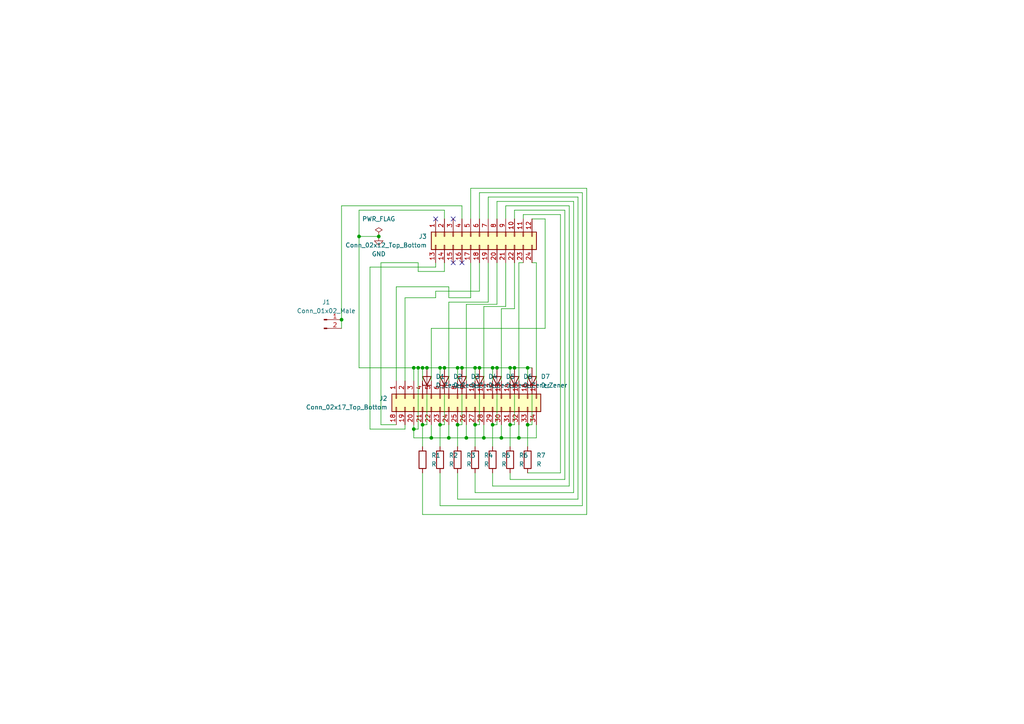
<source format=kicad_sch>
(kicad_sch (version 20211123) (generator eeschema)
  (paper "A4")
  (lib_symbols
    (symbol "Connector:Conn_01x02_Male" (pin_names (offset 1.016) hide)
      (property "Reference" "J" (at 0 2.54 0))
      (property "Value" "Conn_01x02_Male" (at 0 -5.08 0))
      (symbol "Conn_01x02_Male_1_1"
        (polyline (pts (xy 1.27 -2.54) (xy 0.8636 -2.54)) (stroke (width 0.1524)))
        (polyline (pts (xy 1.27 0) (xy 0.8636 0)) (stroke (width 0.1524)))
        (rectangle (start 0.8636 -2.413) (end 0 -2.667) (stroke (width 0.1524)) (fill (type outline)))
        (rectangle (start 0.8636 0.127) (end 0 -0.127) (stroke (width 0.1524)) (fill (type outline)))
        (pin passive line (at 5.08 0 180) (length 3.81) (name "Pin_1") (number "1"))
        (pin passive line (at 5.08 -2.54 180) (length 3.81) (name "Pin_2") (number "2"))
      )
    )
    (symbol "Connector_Generic:Conn_02x12_Top_Bottom" (pin_names (offset 1.016) hide)
      (property "Reference" "J" (at 1.27 15.24 0))
      (property "Value" "Conn_02x12_Top_Bottom" (at 1.27 -17.78 0))
      (symbol "Conn_02x12_Top_Bottom_1_1"
        (rectangle (start -1.27 -15.113) (end 0 -15.367) (stroke (width 0.1524)))
        (rectangle (start -1.27 -12.573) (end 0 -12.827) (stroke (width 0.1524)))
        (rectangle (start -1.27 -10.033) (end 0 -10.287) (stroke (width 0.1524)))
        (rectangle (start -1.27 -7.493) (end 0 -7.747) (stroke (width 0.1524)))
        (rectangle (start -1.27 -4.953) (end 0 -5.207) (stroke (width 0.1524)))
        (rectangle (start -1.27 -2.413) (end 0 -2.667) (stroke (width 0.1524)))
        (rectangle (start -1.27 0.127) (end 0 -0.127) (stroke (width 0.1524)))
        (rectangle (start -1.27 2.667) (end 0 2.413) (stroke (width 0.1524)))
        (rectangle (start -1.27 5.207) (end 0 4.953) (stroke (width 0.1524)))
        (rectangle (start -1.27 7.747) (end 0 7.493) (stroke (width 0.1524)))
        (rectangle (start -1.27 10.287) (end 0 10.033) (stroke (width 0.1524)))
        (rectangle (start -1.27 12.827) (end 0 12.573) (stroke (width 0.1524)))
        (rectangle (start -1.27 13.97) (end 3.81 -16.51) (stroke (width 0.254)) (fill (type background)))
        (rectangle (start 3.81 -15.113) (end 2.54 -15.367) (stroke (width 0.1524)))
        (rectangle (start 3.81 -12.573) (end 2.54 -12.827) (stroke (width 0.1524)))
        (rectangle (start 3.81 -10.033) (end 2.54 -10.287) (stroke (width 0.1524)))
        (rectangle (start 3.81 -7.493) (end 2.54 -7.747) (stroke (width 0.1524)))
        (rectangle (start 3.81 -4.953) (end 2.54 -5.207) (stroke (width 0.1524)))
        (rectangle (start 3.81 -2.413) (end 2.54 -2.667) (stroke (width 0.1524)))
        (rectangle (start 3.81 0.127) (end 2.54 -0.127) (stroke (width 0.1524)))
        (rectangle (start 3.81 2.667) (end 2.54 2.413) (stroke (width 0.1524)))
        (rectangle (start 3.81 5.207) (end 2.54 4.953) (stroke (width 0.1524)))
        (rectangle (start 3.81 7.747) (end 2.54 7.493) (stroke (width 0.1524)))
        (rectangle (start 3.81 10.287) (end 2.54 10.033) (stroke (width 0.1524)))
        (rectangle (start 3.81 12.827) (end 2.54 12.573) (stroke (width 0.1524)))
        (pin passive line (at -5.08 12.7 0) (length 3.81) (name "Pin_1") (number "1"))
        (pin passive line (at -5.08 -10.16 0) (length 3.81) (name "Pin_10") (number "10"))
        (pin passive line (at -5.08 -12.7 0) (length 3.81) (name "Pin_11") (number "11"))
        (pin passive line (at -5.08 -15.24 0) (length 3.81) (name "Pin_12") (number "12"))
        (pin passive line (at 7.62 12.7 180) (length 3.81) (name "Pin_13") (number "13"))
        (pin passive line (at 7.62 10.16 180) (length 3.81) (name "Pin_14") (number "14"))
        (pin passive line (at 7.62 7.62 180) (length 3.81) (name "Pin_15") (number "15"))
        (pin passive line (at 7.62 5.08 180) (length 3.81) (name "Pin_16") (number "16"))
        (pin passive line (at 7.62 2.54 180) (length 3.81) (name "Pin_17") (number "17"))
        (pin passive line (at 7.62 0 180) (length 3.81) (name "Pin_18") (number "18"))
        (pin passive line (at 7.62 -2.54 180) (length 3.81) (name "Pin_19") (number "19"))
        (pin passive line (at -5.08 10.16 0) (length 3.81) (name "Pin_2") (number "2"))
        (pin passive line (at 7.62 -5.08 180) (length 3.81) (name "Pin_20") (number "20"))
        (pin passive line (at 7.62 -7.62 180) (length 3.81) (name "Pin_21") (number "21"))
        (pin passive line (at 7.62 -10.16 180) (length 3.81) (name "Pin_22") (number "22"))
        (pin passive line (at 7.62 -12.7 180) (length 3.81) (name "Pin_23") (number "23"))
        (pin passive line (at 7.62 -15.24 180) (length 3.81) (name "Pin_24") (number "24"))
        (pin passive line (at -5.08 7.62 0) (length 3.81) (name "Pin_3") (number "3"))
        (pin passive line (at -5.08 5.08 0) (length 3.81) (name "Pin_4") (number "4"))
        (pin passive line (at -5.08 2.54 0) (length 3.81) (name "Pin_5") (number "5"))
        (pin passive line (at -5.08 0 0) (length 3.81) (name "Pin_6") (number "6"))
        (pin passive line (at -5.08 -2.54 0) (length 3.81) (name "Pin_7") (number "7"))
        (pin passive line (at -5.08 -5.08 0) (length 3.81) (name "Pin_8") (number "8"))
        (pin passive line (at -5.08 -7.62 0) (length 3.81) (name "Pin_9") (number "9"))
      )
    )
    (symbol "Connector_Generic:Conn_02x17_Top_Bottom" (pin_names (offset 1.016) hide)
      (property "Reference" "J" (at 1.27 22.86 0))
      (property "Value" "Conn_02x17_Top_Bottom" (at 1.27 -22.86 0))
      (symbol "Conn_02x17_Top_Bottom_1_1"
        (rectangle (start -1.27 -20.193) (end 0 -20.447) (stroke (width 0.1524)))
        (rectangle (start -1.27 -17.653) (end 0 -17.907) (stroke (width 0.1524)))
        (rectangle (start -1.27 -15.113) (end 0 -15.367) (stroke (width 0.1524)))
        (rectangle (start -1.27 -12.573) (end 0 -12.827) (stroke (width 0.1524)))
        (rectangle (start -1.27 -10.033) (end 0 -10.287) (stroke (width 0.1524)))
        (rectangle (start -1.27 -7.493) (end 0 -7.747) (stroke (width 0.1524)))
        (rectangle (start -1.27 -4.953) (end 0 -5.207) (stroke (width 0.1524)))
        (rectangle (start -1.27 -2.413) (end 0 -2.667) (stroke (width 0.1524)))
        (rectangle (start -1.27 0.127) (end 0 -0.127) (stroke (width 0.1524)))
        (rectangle (start -1.27 2.667) (end 0 2.413) (stroke (width 0.1524)))
        (rectangle (start -1.27 5.207) (end 0 4.953) (stroke (width 0.1524)))
        (rectangle (start -1.27 7.747) (end 0 7.493) (stroke (width 0.1524)))
        (rectangle (start -1.27 10.287) (end 0 10.033) (stroke (width 0.1524)))
        (rectangle (start -1.27 12.827) (end 0 12.573) (stroke (width 0.1524)))
        (rectangle (start -1.27 15.367) (end 0 15.113) (stroke (width 0.1524)))
        (rectangle (start -1.27 17.907) (end 0 17.653) (stroke (width 0.1524)))
        (rectangle (start -1.27 20.447) (end 0 20.193) (stroke (width 0.1524)))
        (rectangle (start -1.27 21.59) (end 3.81 -21.59) (stroke (width 0.254)) (fill (type background)))
        (rectangle (start 3.81 -20.193) (end 2.54 -20.447) (stroke (width 0.1524)))
        (rectangle (start 3.81 -17.653) (end 2.54 -17.907) (stroke (width 0.1524)))
        (rectangle (start 3.81 -15.113) (end 2.54 -15.367) (stroke (width 0.1524)))
        (rectangle (start 3.81 -12.573) (end 2.54 -12.827) (stroke (width 0.1524)))
        (rectangle (start 3.81 -10.033) (end 2.54 -10.287) (stroke (width 0.1524)))
        (rectangle (start 3.81 -7.493) (end 2.54 -7.747) (stroke (width 0.1524)))
        (rectangle (start 3.81 -4.953) (end 2.54 -5.207) (stroke (width 0.1524)))
        (rectangle (start 3.81 -2.413) (end 2.54 -2.667) (stroke (width 0.1524)))
        (rectangle (start 3.81 0.127) (end 2.54 -0.127) (stroke (width 0.1524)))
        (rectangle (start 3.81 2.667) (end 2.54 2.413) (stroke (width 0.1524)))
        (rectangle (start 3.81 5.207) (end 2.54 4.953) (stroke (width 0.1524)))
        (rectangle (start 3.81 7.747) (end 2.54 7.493) (stroke (width 0.1524)))
        (rectangle (start 3.81 10.287) (end 2.54 10.033) (stroke (width 0.1524)))
        (rectangle (start 3.81 12.827) (end 2.54 12.573) (stroke (width 0.1524)))
        (rectangle (start 3.81 15.367) (end 2.54 15.113) (stroke (width 0.1524)))
        (rectangle (start 3.81 17.907) (end 2.54 17.653) (stroke (width 0.1524)))
        (rectangle (start 3.81 20.447) (end 2.54 20.193) (stroke (width 0.1524)))
        (pin passive line (at -5.08 20.32 0) (length 3.81) (name "Pin_1") (number "1"))
        (pin passive line (at -5.08 -2.54 0) (length 3.81) (name "Pin_10") (number "10"))
        (pin passive line (at -5.08 -5.08 0) (length 3.81) (name "Pin_11") (number "11"))
        (pin passive line (at -5.08 -7.62 0) (length 3.81) (name "Pin_12") (number "12"))
        (pin passive line (at -5.08 -10.16 0) (length 3.81) (name "Pin_13") (number "13"))
        (pin passive line (at -5.08 -12.7 0) (length 3.81) (name "Pin_14") (number "14"))
        (pin passive line (at -5.08 -15.24 0) (length 3.81) (name "Pin_15") (number "15"))
        (pin passive line (at -5.08 -17.78 0) (length 3.81) (name "Pin_16") (number "16"))
        (pin passive line (at -5.08 -20.32 0) (length 3.81) (name "Pin_17") (number "17"))
        (pin passive line (at 7.62 20.32 180) (length 3.81) (name "Pin_18") (number "18"))
        (pin passive line (at 7.62 17.78 180) (length 3.81) (name "Pin_19") (number "19"))
        (pin passive line (at -5.08 17.78 0) (length 3.81) (name "Pin_2") (number "2"))
        (pin passive line (at 7.62 15.24 180) (length 3.81) (name "Pin_20") (number "20"))
        (pin passive line (at 7.62 12.7 180) (length 3.81) (name "Pin_21") (number "21"))
        (pin passive line (at 7.62 10.16 180) (length 3.81) (name "Pin_22") (number "22"))
        (pin passive line (at 7.62 7.62 180) (length 3.81) (name "Pin_23") (number "23"))
        (pin passive line (at 7.62 5.08 180) (length 3.81) (name "Pin_24") (number "24"))
        (pin passive line (at 7.62 2.54 180) (length 3.81) (name "Pin_25") (number "25"))
        (pin passive line (at 7.62 0 180) (length 3.81) (name "Pin_26") (number "26"))
        (pin passive line (at 7.62 -2.54 180) (length 3.81) (name "Pin_27") (number "27"))
        (pin passive line (at 7.62 -5.08 180) (length 3.81) (name "Pin_28") (number "28"))
        (pin passive line (at 7.62 -7.62 180) (length 3.81) (name "Pin_29") (number "29"))
        (pin passive line (at -5.08 15.24 0) (length 3.81) (name "Pin_3") (number "3"))
        (pin passive line (at 7.62 -10.16 180) (length 3.81) (name "Pin_30") (number "30"))
        (pin passive line (at 7.62 -12.7 180) (length 3.81) (name "Pin_31") (number "31"))
        (pin passive line (at 7.62 -15.24 180) (length 3.81) (name "Pin_32") (number "32"))
        (pin passive line (at 7.62 -17.78 180) (length 3.81) (name "Pin_33") (number "33"))
        (pin passive line (at 7.62 -20.32 180) (length 3.81) (name "Pin_34") (number "34"))
        (pin passive line (at -5.08 12.7 0) (length 3.81) (name "Pin_4") (number "4"))
        (pin passive line (at -5.08 10.16 0) (length 3.81) (name "Pin_5") (number "5"))
        (pin passive line (at -5.08 7.62 0) (length 3.81) (name "Pin_6") (number "6"))
        (pin passive line (at -5.08 5.08 0) (length 3.81) (name "Pin_7") (number "7"))
        (pin passive line (at -5.08 2.54 0) (length 3.81) (name "Pin_8") (number "8"))
        (pin passive line (at -5.08 0 0) (length 3.81) (name "Pin_9") (number "9"))
      )
    )
    (symbol "Device:D_Zener" (pin_numbers hide) (pin_names (offset 1.016) hide)
      (property "Reference" "D" (at 0 2.54 0))
      (property "Value" "D_Zener" (at 0 -2.54 0))
      (symbol "D_Zener_0_1"
        (polyline (pts (xy 1.27 0) (xy -1.27 0)))
        (polyline (pts (xy -1.27 -1.27) (xy -1.27 1.27) (xy -0.762 1.27)) (stroke (width 0.254)))
        (polyline (pts (xy 1.27 -1.27) (xy 1.27 1.27) (xy -1.27 0) (xy 1.27 -1.27)) (stroke (width 0.254)))
      )
      (symbol "D_Zener_1_1"
        (pin passive line (at -3.81 0 0) (length 2.54) (name "K") (number "1"))
        (pin passive line (at 3.81 0 180) (length 2.54) (name "A") (number "2"))
      )
    )
    (symbol "Device:R" (pin_numbers hide) (pin_names (offset 0))
      (property "Reference" "R" (at 2.032 0 90))
      (property "Value" "R" (at 0 0 90))
      (symbol "R_0_1"
        (rectangle (start -1.016 -2.54) (end 1.016 2.54) (stroke (width 0.254)))
      )
      (symbol "R_1_1"
        (pin passive line (at 0 3.81 270) (length 1.27) (name "~") (number "1"))
        (pin passive line (at 0 -3.81 90) (length 1.27) (name "~") (number "2"))
      )
    )
    (symbol "power:GND" (power) (pin_names (offset 0))
      (property "Value" "GND" (at 0 -3.81 0))
      (symbol "GND_0_1"
        (polyline (pts (xy 0 0) (xy 0 -1.27) (xy 1.27 -1.27) (xy 0 -2.54) (xy -1.27 -1.27) (xy 0 -1.27)))
      )
      (symbol "GND_1_1"
        (pin power_in line (at 0 0 270) (length 0) hide (name "GND") (number "1"))
      )
    )
    (symbol "power:PWR_FLAG" (power) (pin_numbers hide) (pin_names (offset 0) hide)
      (property "Value" "PWR_FLAG" (at 0 3.81 0))
      (symbol "PWR_FLAG_0_0"
        (pin power_out line (at 0 0 90) (length 0) (name "pwr") (number "1"))
      )
      (symbol "PWR_FLAG_0_1"
        (polyline (pts (xy 0 0) (xy 0 1.27) (xy -1.016 1.905) (xy 0 2.54) (xy 1.016 1.905) (xy 0 1.27)))
      )
    )
  )
  (junction (at 120.015 124.46))
  (junction (at 99.06 92.71))
  (junction (at 127.635 106.68))
  (junction (at 137.795 106.68))
  (junction (at 142.875 123.19))
  (junction (at 150.495 127))
  (junction (at 128.905 106.68))
  (junction (at 122.555 106.68))
  (junction (at 109.855 68.58))
  (junction (at 130.175 127))
  (junction (at 142.875 106.68))
  (junction (at 140.335 127))
  (junction (at 121.285 106.68))
  (junction (at 120.015 106.68))
  (junction (at 137.795 123.19))
  (junction (at 153.035 123.19))
  (junction (at 135.255 127))
  (junction (at 149.225 106.68))
  (junction (at 139.065 106.68))
  (junction (at 127.635 123.19))
  (junction (at 147.955 123.19))
  (junction (at 133.985 106.68))
  (junction (at 122.555 123.19))
  (junction (at 144.145 106.68))
  (junction (at 104.14 68.58))
  (junction (at 132.715 106.68))
  (junction (at 145.415 127))
  (junction (at 132.715 123.19))
  (junction (at 123.825 106.68))
  (junction (at 147.955 106.68))
  (junction (at 125.095 127))
  (junction (at 153.035 106.68))
  (no_connect (at 133.985 76.2))
  (no_connect (at 131.445 63.5))
  (no_connect (at 131.445 76.2))
  (no_connect (at 126.365 63.5))
  (wire (pts (xy 104.14 68.58) (xy 104.14 106.68)))
  (wire (pts (xy 140.335 127) (xy 145.415 127)))
  (wire (pts (xy 150.495 76.2) (xy 151.765 76.2)))
  (wire (pts (xy 142.875 137.16) (xy 142.875 140.97)))
  (wire (pts (xy 168.91 55.88) (xy 139.065 55.88)))
  (wire (pts (xy 107.315 124.46) (xy 107.315 77.47)))
  (wire (pts (xy 170.18 54.61) (xy 136.525 54.61)))
  (wire (pts (xy 135.255 88.265) (xy 144.145 88.265)))
  (wire (pts (xy 158.115 63.5) (xy 154.305 63.5)))
  (wire (pts (xy 133.985 106.68) (xy 137.795 106.68)))
  (wire (pts (xy 114.935 83.185) (xy 130.175 83.185)))
  (wire (pts (xy 144.145 88.265) (xy 144.145 76.2)))
  (wire (pts (xy 125.095 95.25) (xy 125.095 110.49)))
  (wire (pts (xy 139.065 106.68) (xy 142.875 106.68)))
  (wire (pts (xy 167.64 144.78) (xy 167.64 57.15)))
  (wire (pts (xy 155.575 76.2) (xy 155.575 110.49)))
  (wire (pts (xy 120.015 127) (xy 125.095 127)))
  (wire (pts (xy 139.065 114.3) (xy 139.065 123.19)))
  (wire (pts (xy 127.635 137.16) (xy 127.635 146.685)))
  (wire (pts (xy 142.875 110.49) (xy 142.875 106.68)))
  (wire (pts (xy 99.06 92.71) (xy 99.06 59.69)))
  (wire (pts (xy 142.875 123.19) (xy 142.875 129.54)))
  (wire (pts (xy 144.145 114.3) (xy 144.145 123.19)))
  (wire (pts (xy 132.715 123.19) (xy 132.715 129.54)))
  (wire (pts (xy 147.955 123.19) (xy 149.225 123.19)))
  (wire (pts (xy 130.175 87.63) (xy 141.605 87.63)))
  (wire (pts (xy 153.035 106.68) (xy 154.305 106.68)))
  (wire (pts (xy 120.015 106.68) (xy 121.285 106.68)))
  (wire (pts (xy 117.475 86.36) (xy 126.365 86.36)))
  (wire (pts (xy 114.935 123.19) (xy 110.49 123.19)))
  (wire (pts (xy 146.685 59.69) (xy 146.685 63.5)))
  (wire (pts (xy 166.37 142.875) (xy 166.37 58.42)))
  (wire (pts (xy 154.305 123.19) (xy 153.035 123.19)))
  (wire (pts (xy 127.635 146.685) (xy 168.91 146.685)))
  (wire (pts (xy 144.145 58.42) (xy 144.145 63.5)))
  (wire (pts (xy 144.145 106.68) (xy 147.955 106.68)))
  (wire (pts (xy 147.955 106.68) (xy 147.955 110.49)))
  (wire (pts (xy 126.365 84.455) (xy 139.065 84.455)))
  (wire (pts (xy 128.905 60.96) (xy 128.905 63.5)))
  (wire (pts (xy 140.335 88.9) (xy 146.685 88.9)))
  (wire (pts (xy 137.795 110.49) (xy 137.795 106.68)))
  (wire (pts (xy 163.83 139.065) (xy 163.83 60.96)))
  (wire (pts (xy 121.285 106.68) (xy 122.555 106.68)))
  (wire (pts (xy 123.825 123.19) (xy 122.555 123.19)))
  (wire (pts (xy 127.635 106.68) (xy 127.635 110.49)))
  (wire (pts (xy 123.825 106.68) (xy 127.635 106.68)))
  (wire (pts (xy 141.605 57.15) (xy 141.605 63.5)))
  (wire (pts (xy 104.14 60.96) (xy 128.905 60.96)))
  (wire (pts (xy 145.415 89.535) (xy 149.225 89.535)))
  (wire (pts (xy 126.365 86.36) (xy 126.365 84.455)))
  (wire (pts (xy 114.935 83.185) (xy 114.935 110.49)))
  (wire (pts (xy 130.175 83.185) (xy 130.175 86.36)))
  (wire (pts (xy 167.64 57.15) (xy 141.605 57.15)))
  (wire (pts (xy 153.035 106.68) (xy 153.035 110.49)))
  (wire (pts (xy 133.985 123.19) (xy 132.715 123.19)))
  (wire (pts (xy 149.225 89.535) (xy 149.225 76.2)))
  (wire (pts (xy 122.555 106.68) (xy 123.825 106.68)))
  (wire (pts (xy 120.015 124.46) (xy 120.015 127)))
  (wire (pts (xy 141.605 87.63) (xy 141.605 76.2)))
  (wire (pts (xy 140.335 123.19) (xy 140.335 127)))
  (wire (pts (xy 139.065 123.19) (xy 137.795 123.19)))
  (wire (pts (xy 133.985 114.3) (xy 133.985 123.19)))
  (wire (pts (xy 104.14 68.58) (xy 104.14 60.96)))
  (wire (pts (xy 142.875 140.97) (xy 165.1 140.97)))
  (wire (pts (xy 165.1 59.69) (xy 146.685 59.69)))
  (wire (pts (xy 136.525 76.2) (xy 136.525 86.36)))
  (wire (pts (xy 122.555 106.68) (xy 122.555 110.49)))
  (wire (pts (xy 165.1 140.97) (xy 165.1 59.69)))
  (wire (pts (xy 137.795 137.16) (xy 137.795 142.875)))
  (wire (pts (xy 132.715 106.68) (xy 133.985 106.68)))
  (wire (pts (xy 121.285 76.2) (xy 121.285 78.74)))
  (wire (pts (xy 162.56 137.16) (xy 162.56 62.23)))
  (wire (pts (xy 149.225 114.3) (xy 149.225 123.19)))
  (wire (pts (xy 150.495 76.2) (xy 150.495 110.49)))
  (wire (pts (xy 145.415 110.49) (xy 145.415 89.535)))
  (wire (pts (xy 158.115 95.25) (xy 125.095 95.25)))
  (wire (pts (xy 132.715 144.78) (xy 167.64 144.78)))
  (wire (pts (xy 146.685 88.9) (xy 146.685 76.2)))
  (wire (pts (xy 132.715 137.16) (xy 132.715 144.78)))
  (wire (pts (xy 155.575 76.2) (xy 154.305 76.2)))
  (wire (pts (xy 120.015 110.49) (xy 120.015 106.68)))
  (wire (pts (xy 117.475 86.36) (xy 117.475 110.49)))
  (wire (pts (xy 120.015 123.19) (xy 120.015 124.46)))
  (wire (pts (xy 145.415 127) (xy 150.495 127)))
  (wire (pts (xy 150.495 123.19) (xy 150.495 127)))
  (wire (pts (xy 130.175 123.19) (xy 130.175 127)))
  (wire (pts (xy 110.49 123.19) (xy 110.49 76.2)))
  (wire (pts (xy 154.305 114.3) (xy 154.305 123.19)))
  (wire (pts (xy 137.795 123.19) (xy 137.795 129.54)))
  (wire (pts (xy 130.175 127) (xy 135.255 127)))
  (wire (pts (xy 139.065 76.2) (xy 139.065 84.455)))
  (wire (pts (xy 142.875 106.68) (xy 144.145 106.68)))
  (wire (pts (xy 166.37 58.42) (xy 144.145 58.42)))
  (wire (pts (xy 123.825 114.3) (xy 123.825 123.19)))
  (wire (pts (xy 170.18 149.225) (xy 170.18 54.61)))
  (wire (pts (xy 122.555 137.16) (xy 122.555 149.225)))
  (wire (pts (xy 135.255 123.19) (xy 135.255 127)))
  (wire (pts (xy 151.765 62.23) (xy 151.765 63.5)))
  (wire (pts (xy 130.175 86.36) (xy 136.525 86.36)))
  (wire (pts (xy 137.795 106.68) (xy 139.065 106.68)))
  (wire (pts (xy 128.905 123.19) (xy 127.635 123.19)))
  (wire (pts (xy 168.91 146.685) (xy 168.91 55.88)))
  (wire (pts (xy 125.095 123.19) (xy 125.095 127)))
  (wire (pts (xy 127.635 106.68) (xy 128.905 106.68)))
  (wire (pts (xy 140.335 110.49) (xy 140.335 88.9)))
  (wire (pts (xy 147.955 123.19) (xy 147.955 129.54)))
  (wire (pts (xy 130.175 110.49) (xy 130.175 87.63)))
  (wire (pts (xy 120.015 124.46) (xy 121.285 124.46)))
  (wire (pts (xy 128.905 114.3) (xy 128.905 123.19)))
  (wire (pts (xy 144.145 123.19) (xy 142.875 123.19)))
  (wire (pts (xy 136.525 54.61) (xy 136.525 63.5)))
  (wire (pts (xy 153.035 137.16) (xy 162.56 137.16)))
  (wire (pts (xy 99.06 59.69) (xy 133.985 59.69)))
  (wire (pts (xy 163.83 60.96) (xy 149.225 60.96)))
  (wire (pts (xy 122.555 123.19) (xy 122.555 129.54)))
  (wire (pts (xy 127.635 123.19) (xy 127.635 129.54)))
  (wire (pts (xy 125.095 127) (xy 130.175 127)))
  (wire (pts (xy 155.575 127) (xy 155.575 123.19)))
  (wire (pts (xy 99.06 92.71) (xy 99.06 95.25)))
  (wire (pts (xy 133.985 59.69) (xy 133.985 63.5)))
  (wire (pts (xy 153.035 123.19) (xy 153.035 129.54)))
  (wire (pts (xy 120.015 106.68) (xy 104.14 106.68)))
  (wire (pts (xy 109.855 68.58) (xy 104.14 68.58)))
  (wire (pts (xy 137.795 142.875) (xy 166.37 142.875)))
  (wire (pts (xy 117.475 123.19) (xy 117.475 124.46)))
  (wire (pts (xy 162.56 62.23) (xy 151.765 62.23)))
  (wire (pts (xy 128.905 106.68) (xy 132.715 106.68)))
  (wire (pts (xy 122.555 149.225) (xy 170.18 149.225)))
  (wire (pts (xy 158.115 63.5) (xy 158.115 95.25)))
  (wire (pts (xy 147.955 137.16) (xy 147.955 139.065)))
  (wire (pts (xy 135.255 110.49) (xy 135.255 88.265)))
  (wire (pts (xy 145.415 123.19) (xy 145.415 127)))
  (wire (pts (xy 135.255 127) (xy 140.335 127)))
  (wire (pts (xy 121.285 106.68) (xy 121.285 124.46)))
  (wire (pts (xy 110.49 76.2) (xy 121.285 76.2)))
  (wire (pts (xy 117.475 124.46) (xy 107.315 124.46)))
  (wire (pts (xy 107.315 77.47) (xy 126.365 77.47)))
  (wire (pts (xy 147.955 106.68) (xy 149.225 106.68)))
  (wire (pts (xy 132.715 110.49) (xy 132.715 106.68)))
  (wire (pts (xy 121.285 78.74) (xy 128.905 78.74)))
  (wire (pts (xy 147.955 139.065) (xy 163.83 139.065)))
  (wire (pts (xy 149.225 60.96) (xy 149.225 63.5)))
  (wire (pts (xy 126.365 77.47) (xy 126.365 76.2)))
  (wire (pts (xy 128.905 76.2) (xy 128.905 78.74)))
  (wire (pts (xy 139.065 55.88) (xy 139.065 63.5)))
  (wire (pts (xy 150.495 127) (xy 155.575 127)))
  (wire (pts (xy 149.225 106.68) (xy 153.035 106.68)))
  (symbol (lib_id "Device:R") (at 127.635 133.35 0) (unit 1)
    (property "Reference" "R2" (at 130.175 132.0799 0) (effects (justify left)))
    (property "Value" "R" (at 130.175 134.6199 0) (effects (justify left)))
    (property "Footprint" "Original:CF25J68RB" (effects hide))
  )
  (symbol (lib_id "Device:D_Zener") (at 149.225 110.49 90) (unit 1)
    (property "Reference" "D6" (at 151.765 109.2199 90) (effects (justify right)))
    (property "Value" "D_Zener" (at 151.765 111.7599 90) (effects (justify right)))
    (property "Footprint" "Original:BZX55C5V1" (effects hide))
  )
  (symbol (lib_id "Device:R") (at 132.715 133.35 0) (unit 1)
    (property "Reference" "R3" (at 135.255 132.0799 0) (effects (justify left)))
    (property "Value" "R" (at 135.255 134.6199 0) (effects (justify left)))
    (property "Footprint" "Original:CF25J68RB" (effects hide))
  )
  (symbol (lib_id "Device:D_Zener") (at 123.825 110.49 90) (unit 1)
    (property "Reference" "D1" (at 126.365 109.2199 90) (effects (justify right)))
    (property "Value" "D_Zener" (at 126.365 111.7599 90) (effects (justify right)))
    (property "Footprint" "Original:BZX55C5V1" (effects hide))
  )
  (symbol (lib_id "Device:D_Zener") (at 144.145 110.49 90) (unit 1)
    (property "Reference" "D5" (at 146.685 109.2199 90) (effects (justify right)))
    (property "Value" "D_Zener" (at 146.685 111.7599 90) (effects (justify right)))
    (property "Footprint" "Original:BZX55C5V1" (effects hide))
  )
  (symbol (lib_id "Device:D_Zener") (at 139.065 110.49 90) (unit 1)
    (property "Reference" "D4" (at 141.605 109.2199 90) (effects (justify right)))
    (property "Value" "D_Zener" (at 141.605 111.7599 90) (effects (justify right)))
    (property "Footprint" "Original:BZX55C5V1" (effects hide))
  )
  (symbol (lib_id "power:GND") (at 109.855 68.58 0) (unit 1)
    (property "Reference" "#PWR01" (effects hide))
    (property "Value" "GND" (at 109.855 73.66 0))
  )
  (symbol (lib_id "Device:R") (at 147.955 133.35 0) (unit 1)
    (property "Reference" "R6" (at 150.495 132.0799 0) (effects (justify left)))
    (property "Value" "R" (at 150.495 134.6199 0) (effects (justify left)))
    (property "Footprint" "Original:CF25J68RB" (effects hide))
  )
  (symbol (lib_id "Connector_Generic:Conn_02x17_Top_Bottom") (at 135.255 115.57 90) (mirror x) (unit 1)
    (property "Reference" "J2" (at 112.395 115.5699 90) (effects (justify left)))
    (property "Value" "Conn_02x17_Top_Bottom" (at 112.395 118.1099 90) (effects (justify left)))
    (property "Footprint" "Original:B34B-XASDSS-N" (effects hide))
  )
  (symbol (lib_id "Connector_Generic:Conn_02x12_Top_Bottom") (at 139.065 68.58 90) (mirror x) (unit 1)
    (property "Reference" "J3" (at 123.825 68.5799 90) (effects (justify left)))
    (property "Value" "Conn_02x12_Top_Bottom" (at 123.825 71.1199 90) (effects (justify left)))
    (property "Footprint" "Original:ProMicro_Connector" (effects hide))
  )
  (symbol (lib_id "Connector:Conn_01x02_Male") (at 93.98 92.71 0) (unit 1)
    (property "Reference" "J1" (at 94.615 87.63 0))
    (property "Value" "Conn_01x02_Male" (at 94.615 90.17 0))
    (property "Footprint" "Original:B02B-XASK-1N" (effects hide))
  )
  (symbol (lib_id "Device:R") (at 142.875 133.35 0) (unit 1)
    (property "Reference" "R5" (at 145.415 132.0799 0) (effects (justify left)))
    (property "Value" "R" (at 145.415 134.6199 0) (effects (justify left)))
    (property "Footprint" "Original:CF25J68RB" (effects hide))
  )
  (symbol (lib_id "Device:R") (at 122.555 133.35 0) (unit 1)
    (property "Reference" "R1" (at 125.095 132.0799 0) (effects (justify left)))
    (property "Value" "R" (at 125.095 134.6199 0) (effects (justify left)))
    (property "Footprint" "Original:CF25J68RB" (effects hide))
  )
  (symbol (lib_id "Device:D_Zener") (at 133.985 110.49 90) (unit 1)
    (property "Reference" "D3" (at 136.525 109.2199 90) (effects (justify right)))
    (property "Value" "D_Zener" (at 136.525 111.7599 90) (effects (justify right)))
    (property "Footprint" "Original:BZX55C5V1" (effects hide))
  )
  (symbol (lib_id "power:PWR_FLAG") (at 109.855 68.58 0) (unit 1)
    (property "Reference" "#FLG01" (effects hide))
    (property "Value" "PWR_FLAG" (at 109.855 63.5 0))
  )
  (symbol (lib_id "Device:R") (at 153.035 133.35 0) (unit 1)
    (property "Reference" "R7" (at 155.575 132.0799 0) (effects (justify left)))
    (property "Value" "R" (at 155.575 134.6199 0) (effects (justify left)))
    (property "Footprint" "Original:CF25J68RB" (effects hide))
  )
  (symbol (lib_id "Device:D_Zener") (at 154.305 110.49 90) (unit 1)
    (property "Reference" "D7" (at 156.845 109.2199 90) (effects (justify right)))
    (property "Value" "D_Zener" (at 156.845 111.7599 90) (effects (justify right)))
    (property "Footprint" "Original:BZX55C5V1" (effects hide))
  )
  (symbol (lib_id "Device:R") (at 137.795 133.35 0) (unit 1)
    (property "Reference" "R4" (at 140.335 132.0799 0) (effects (justify left)))
    (property "Value" "R" (at 140.335 134.6199 0) (effects (justify left)))
    (property "Footprint" "Original:CF25J68RB" (effects hide))
  )
  (symbol (lib_id "Device:D_Zener") (at 128.905 110.49 90) (unit 1)
    (property "Reference" "D2" (at 131.445 109.2199 90) (effects (justify right)))
    (property "Value" "D_Zener" (at 131.445 111.7599 90) (effects (justify right)))
    (property "Footprint" "Original:BZX55C5V1" (effects hide))
  )
)
</source>
